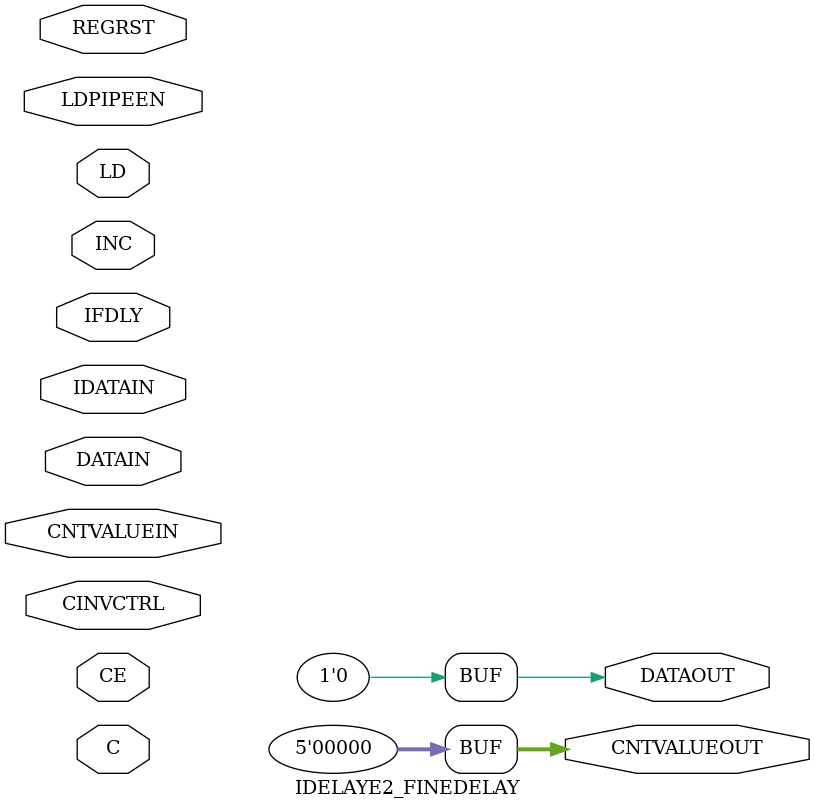
<source format=v>
module IDELAYE2_FINEDELAY(	// file.cleaned.mlir:2:3
  input        C,	// file.cleaned.mlir:2:36
               CE,	// file.cleaned.mlir:2:48
               CINVCTRL,	// file.cleaned.mlir:2:61
  input  [4:0] CNTVALUEIN,	// file.cleaned.mlir:2:80
  input        DATAIN,	// file.cleaned.mlir:2:101
               IDATAIN,	// file.cleaned.mlir:2:118
  input  [2:0] IFDLY,	// file.cleaned.mlir:2:136
  input        INC,	// file.cleaned.mlir:2:152
               LD,	// file.cleaned.mlir:2:166
               LDPIPEEN,	// file.cleaned.mlir:2:179
               REGRST,	// file.cleaned.mlir:2:198
  output [4:0] CNTVALUEOUT,	// file.cleaned.mlir:2:216
  output       DATAOUT	// file.cleaned.mlir:2:238
);

  assign CNTVALUEOUT = 5'h0;	// file.cleaned.mlir:3:14, :5:5
  assign DATAOUT = 1'h0;	// file.cleaned.mlir:4:14, :5:5
endmodule


</source>
